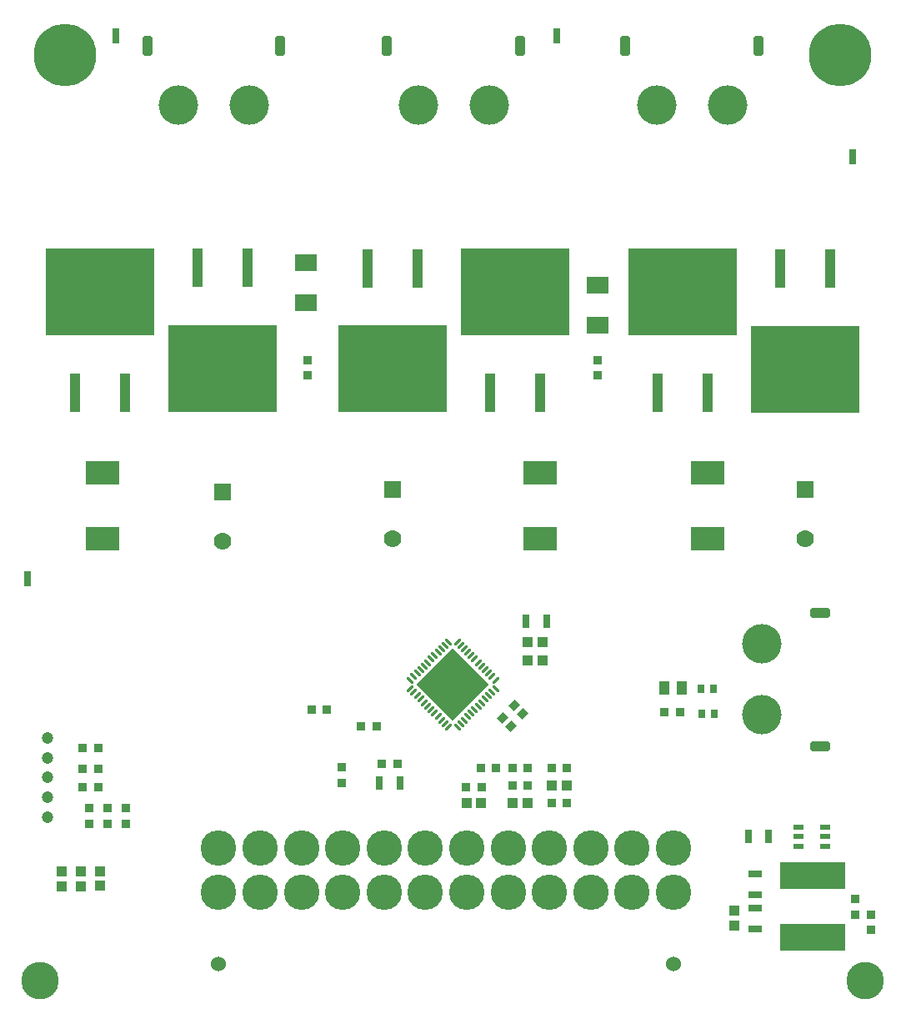
<source format=gbr>
%TF.GenerationSoftware,Altium Limited,Altium Designer,19.0.10 (269)*%
G04 Layer_Color=255*
%FSLAX26Y26*%
%MOIN*%
%TF.FileFunction,Pads,Top*%
%TF.Part,Single*%
G01*
G75*
%TA.AperFunction,SMDPad,CuDef*%
G04:AMPARAMS|DCode=10|XSize=33.465mil|YSize=31.496mil|CornerRadius=0mil|HoleSize=0mil|Usage=FLASHONLY|Rotation=225.000|XOffset=0mil|YOffset=0mil|HoleType=Round|Shape=Rectangle|*
%AMROTATEDRECTD10*
4,1,4,0.000696,0.022967,0.022967,0.000696,-0.000696,-0.022967,-0.022967,-0.000696,0.000696,0.022967,0.0*
%
%ADD10ROTATEDRECTD10*%

%ADD11R,0.085000X0.070000*%
%ADD12R,0.033465X0.035433*%
%ADD13R,0.031496X0.062992*%
%ADD14R,0.435039X0.350394*%
%ADD15R,0.041339X0.157480*%
%ADD16R,0.035433X0.033465*%
%ADD17R,0.135827X0.092520*%
%ADD18R,0.260630X0.107087*%
%ADD19R,0.039370X0.023622*%
%ADD20R,0.031496X0.055118*%
%ADD21R,0.055118X0.031496*%
%ADD22R,0.039370X0.039370*%
%ADD23R,0.031496X0.033465*%
%ADD24R,0.041339X0.053150*%
%ADD25R,0.039370X0.039370*%
%ADD26P,0.286740X4X270.0*%
G04:AMPARAMS|DCode=27|XSize=9.842mil|YSize=37.402mil|CornerRadius=0mil|HoleSize=0mil|Usage=FLASHONLY|Rotation=225.000|XOffset=0mil|YOffset=0mil|HoleType=Round|Shape=Round|*
%AMOVALD27*
21,1,0.027559,0.009842,0.000000,0.000000,315.0*
1,1,0.009842,-0.009744,0.009744*
1,1,0.009842,0.009744,-0.009744*
%
%ADD27OVALD27*%

G04:AMPARAMS|DCode=28|XSize=9.842mil|YSize=37.402mil|CornerRadius=0mil|HoleSize=0mil|Usage=FLASHONLY|Rotation=315.000|XOffset=0mil|YOffset=0mil|HoleType=Round|Shape=Round|*
%AMOVALD28*
21,1,0.027559,0.009842,0.000000,0.000000,45.0*
1,1,0.009842,-0.009744,-0.009744*
1,1,0.009842,0.009744,0.009744*
%
%ADD28OVALD28*%

%TA.AperFunction,ComponentPad*%
%ADD36C,0.047244*%
%TA.AperFunction,ViaPad*%
%ADD37C,0.150000*%
%ADD38C,0.250000*%
%TA.AperFunction,ComponentPad*%
G04:AMPARAMS|DCode=39|XSize=39.37mil|YSize=78.74mil|CornerRadius=9.842mil|HoleSize=0mil|Usage=FLASHONLY|Rotation=0.000|XOffset=0mil|YOffset=0mil|HoleType=Round|Shape=RoundedRectangle|*
%AMROUNDEDRECTD39*
21,1,0.039370,0.059055,0,0,0.0*
21,1,0.019685,0.078740,0,0,0.0*
1,1,0.019685,0.009843,-0.029528*
1,1,0.019685,-0.009843,-0.029528*
1,1,0.019685,-0.009843,0.029528*
1,1,0.019685,0.009843,0.029528*
%
%ADD39ROUNDEDRECTD39*%
%ADD40C,0.157480*%
%ADD41C,0.070000*%
%ADD42R,0.070000X0.070000*%
G04:AMPARAMS|DCode=43|XSize=39.37mil|YSize=78.74mil|CornerRadius=9.842mil|HoleSize=0mil|Usage=FLASHONLY|Rotation=270.000|XOffset=0mil|YOffset=0mil|HoleType=Round|Shape=RoundedRectangle|*
%AMROUNDEDRECTD43*
21,1,0.039370,0.059055,0,0,270.0*
21,1,0.019685,0.078740,0,0,270.0*
1,1,0.019685,-0.029528,-0.009843*
1,1,0.019685,-0.029528,0.009843*
1,1,0.019685,0.029528,0.009843*
1,1,0.019685,0.029528,-0.009843*
%
%ADD43ROUNDEDRECTD43*%
%ADD44C,0.141732*%
%ADD45C,0.060000*%
D10*
X231095Y-881095D02*
D03*
X198858Y-848858D02*
D03*
X279095Y-832379D02*
D03*
X246858Y-800141D02*
D03*
D11*
X-588000Y971000D02*
D03*
Y811000D02*
D03*
X580000Y880000D02*
D03*
Y720000D02*
D03*
D12*
X-564024Y-817000D02*
D03*
X-503000D02*
D03*
X846488Y-825000D02*
D03*
X907512D02*
D03*
X171512Y-1050000D02*
D03*
X110488D02*
D03*
X53488Y-1125097D02*
D03*
X114511D02*
D03*
X238433Y-1119960D02*
D03*
X299457D02*
D03*
X299456Y-1050000D02*
D03*
X238433D02*
D03*
X394488Y-1190000D02*
D03*
X455512D02*
D03*
X-367024Y-882000D02*
D03*
X-306000D02*
D03*
X-1419488Y-1127000D02*
D03*
X-1480512D02*
D03*
X-1419488Y-1051000D02*
D03*
X-1480512D02*
D03*
X-1419488Y-968000D02*
D03*
X-1480512D02*
D03*
X394488Y-1050000D02*
D03*
X455512D02*
D03*
X-222488Y-1031061D02*
D03*
X-283512D02*
D03*
D13*
X414000Y1878000D02*
D03*
X-1349000D02*
D03*
X1600000Y1395000D02*
D03*
X-1701000Y-293000D02*
D03*
D14*
X-1410000Y853543D02*
D03*
X-920000Y549000D02*
D03*
X-240000Y546457D02*
D03*
X250000Y853543D02*
D03*
X1408000Y544457D02*
D03*
X920000Y853543D02*
D03*
D15*
X-1310000Y451969D02*
D03*
X-1510000D02*
D03*
X-1020000Y950575D02*
D03*
X-820000D02*
D03*
X-340000Y948032D02*
D03*
X-140000D02*
D03*
X350000Y451969D02*
D03*
X150000D02*
D03*
X1308000Y946032D02*
D03*
X1508000D02*
D03*
X1020000Y451969D02*
D03*
X820000D02*
D03*
D16*
X580000Y580512D02*
D03*
Y519488D02*
D03*
X-580000Y580512D02*
D03*
Y519488D02*
D03*
X1609000Y-1573976D02*
D03*
Y-1635000D02*
D03*
X1673000Y-1634488D02*
D03*
Y-1695512D02*
D03*
X-444000Y-1047488D02*
D03*
Y-1108512D02*
D03*
X-1455505Y-1271512D02*
D03*
Y-1210488D02*
D03*
X-1309000Y-1271512D02*
D03*
Y-1210488D02*
D03*
X-1381000Y-1271024D02*
D03*
Y-1210000D02*
D03*
D17*
X1020000Y-131890D02*
D03*
Y131890D02*
D03*
X-1400000D02*
D03*
Y-131890D02*
D03*
X350000Y131890D02*
D03*
Y-131890D02*
D03*
D18*
X1439000Y-1478181D02*
D03*
Y-1725819D02*
D03*
D19*
X1490134Y-1361402D02*
D03*
Y-1324000D02*
D03*
Y-1286599D02*
D03*
X1381866D02*
D03*
Y-1324000D02*
D03*
Y-1361402D02*
D03*
D20*
X1180661Y-1322000D02*
D03*
X1263339D02*
D03*
X291661Y-464000D02*
D03*
X374339D02*
D03*
X-293677Y-1108000D02*
D03*
X-211000D02*
D03*
D21*
X1208000Y-1472661D02*
D03*
Y-1555339D02*
D03*
X1209000Y-1609661D02*
D03*
Y-1692339D02*
D03*
D22*
X1126000Y-1678000D02*
D03*
Y-1618945D02*
D03*
X-1566000Y-1462000D02*
D03*
Y-1521055D02*
D03*
X-1489000Y-1461945D02*
D03*
Y-1521000D02*
D03*
X-1410000Y-1460945D02*
D03*
Y-1520000D02*
D03*
D23*
X1046000Y-832000D02*
D03*
X994819D02*
D03*
X1043591Y-731000D02*
D03*
X992409D02*
D03*
D24*
X915449Y-730000D02*
D03*
X846551D02*
D03*
D25*
X299000Y-546966D02*
D03*
X358055D02*
D03*
X298473Y-618000D02*
D03*
X357528D02*
D03*
X113528Y-1190000D02*
D03*
X54472D02*
D03*
X298473Y-1189960D02*
D03*
X239417D02*
D03*
X454528Y-1120000D02*
D03*
X395473D02*
D03*
D26*
X0Y-715000D02*
D03*
D27*
X170513Y-732399D02*
D03*
X156594Y-746319D02*
D03*
X142674Y-760238D02*
D03*
X128755Y-774158D02*
D03*
X114835Y-788077D02*
D03*
X100916Y-801996D02*
D03*
X86996Y-815916D02*
D03*
X73077Y-829835D02*
D03*
X59158Y-843755D02*
D03*
X45238Y-857674D02*
D03*
X31319Y-871593D02*
D03*
X17399Y-885513D02*
D03*
X-170513Y-697601D02*
D03*
X-156594Y-683681D02*
D03*
X-142674Y-669762D02*
D03*
X-128755Y-655842D02*
D03*
X-114835Y-641923D02*
D03*
X-100916Y-628004D02*
D03*
X-86996Y-614084D02*
D03*
X-73077Y-600165D02*
D03*
X-59157Y-586245D02*
D03*
X-45238Y-572326D02*
D03*
X-31319Y-558406D02*
D03*
X-17399Y-544487D02*
D03*
D28*
X-17399Y-885513D02*
D03*
X-31319Y-871593D02*
D03*
X-45238Y-857674D02*
D03*
X-59157Y-843755D02*
D03*
X-73077Y-829835D02*
D03*
X-86996Y-815916D02*
D03*
X-100916Y-801996D02*
D03*
X-114835Y-788077D02*
D03*
X-128755Y-774158D02*
D03*
X-142674Y-760238D02*
D03*
X-156594Y-746319D02*
D03*
X-170513Y-732399D02*
D03*
X17399Y-544487D02*
D03*
X31319Y-558406D02*
D03*
X45238Y-572326D02*
D03*
X59158Y-586245D02*
D03*
X73077Y-600165D02*
D03*
X86996Y-614084D02*
D03*
X100916Y-628004D02*
D03*
X114835Y-641923D02*
D03*
X128755Y-655842D02*
D03*
X142674Y-669762D02*
D03*
X156594Y-683681D02*
D03*
X170513Y-697601D02*
D03*
D36*
X-1622000Y-1008740D02*
D03*
Y-930000D02*
D03*
Y-1087480D02*
D03*
Y-1166220D02*
D03*
Y-1244961D02*
D03*
D37*
X1650000Y-1900000D02*
D03*
X-1650000D02*
D03*
D38*
X1550000Y1800000D02*
D03*
X-1550000D02*
D03*
D39*
X-690252Y1836220D02*
D03*
X-1221748D02*
D03*
X268248D02*
D03*
X-263248D02*
D03*
X1221748D02*
D03*
X690252D02*
D03*
D40*
X-814268Y1600000D02*
D03*
X-1097732D02*
D03*
X144232D02*
D03*
X-139232D02*
D03*
X1097732D02*
D03*
X814268D02*
D03*
X1233780Y-837480D02*
D03*
Y-554016D02*
D03*
D41*
X-920000Y-141851D02*
D03*
X-240000Y-131851D02*
D03*
X1410000D02*
D03*
D42*
X-920000Y55000D02*
D03*
X-240000Y65000D02*
D03*
X1410000D02*
D03*
D43*
X1470000Y-961496D02*
D03*
Y-430000D02*
D03*
D44*
X882189Y-1545000D02*
D03*
Y-1367835D02*
D03*
X-440646D02*
D03*
Y-1545000D02*
D03*
X-275291Y-1367835D02*
D03*
Y-1545000D02*
D03*
X-109937Y-1367835D02*
D03*
Y-1545000D02*
D03*
X55417Y-1367835D02*
D03*
Y-1545000D02*
D03*
X220772Y-1367835D02*
D03*
Y-1545000D02*
D03*
X386126Y-1367835D02*
D03*
Y-1545000D02*
D03*
X551480Y-1367835D02*
D03*
Y-1545000D02*
D03*
X716835Y-1367835D02*
D03*
Y-1545000D02*
D03*
X-606000Y-1367835D02*
D03*
Y-1545000D02*
D03*
X-771354D02*
D03*
Y-1367835D02*
D03*
X-936709Y-1545000D02*
D03*
Y-1367835D02*
D03*
D45*
Y-1832402D02*
D03*
X882189D02*
D03*
%TF.MD5,e720687c853c18af272d8dd2f17f30cd*%
M02*

</source>
